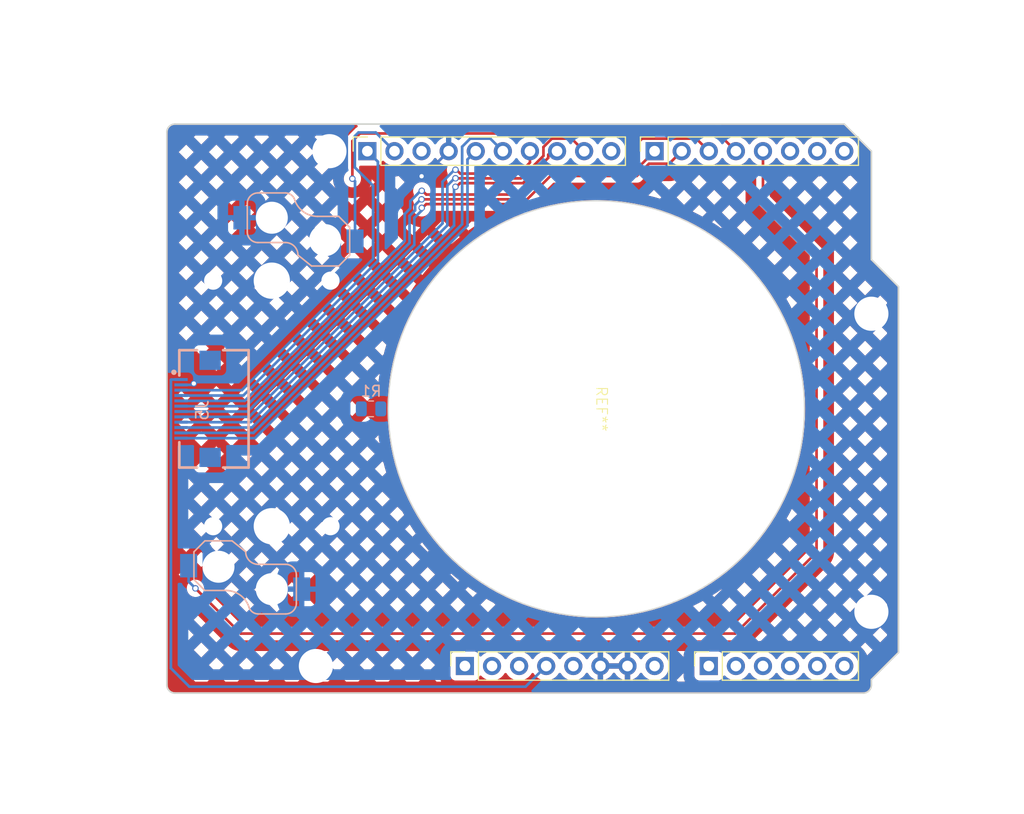
<source format=kicad_pcb>
(kicad_pcb (version 20221018) (generator pcbnew)
  (title_block (date "mar. 31 mars 2015"))
  (layers (0 "F.Cu" signal) (31 "B.Cu" signal) (34 "B.Paste" user) (35 "F.Paste" user) (36 "B.SilkS" user "B.Silkscreen") (37 "F.SilkS" user "F.Silkscreen") (38 "B.Mask" user) (39 "F.Mask" user) (44 "Edge.Cuts" user))
  (property "SHA1" "21dd6ff")
  (property "TIMESTAMP" "2023-06-20")
  (net 0 "")
  (net 1 "GND")
  (net 3 "+5V")
  (net 4 "/IOREF")
  (net 5 "/A0")
  (net 6 "/A1")
  (net 7 "/A2")
  (net 8 "/A3")
  (net 9 "/AREF")
  (net 10 "/8")
  (net 11 "SW1")
  (net 12 "/2")
  (net 13 "/TX{slash}1")
  (net 14 "SW2")
  (net 15 "/RX{slash}0")
  (net 16 "+3V3")
  (net 17 "VCC")
  (net 18 "/~{RESET}")
  (net 21 "SCL")
  (net 22 "SDA")
  (net 23 "SCK")
  (net 24 "CIPO")
  (net 25 "COPI")
  (net 26 "CS")
  (net 27 "DR")
  (net 28 "BTN3")
  (net 29 "BTN2")
  (net 30 "BTN1")
  (footprint "Connector_PinSocket_2.54mm:PinSocket_1x08_P2.54mm_Vertical" (layer "F.Cu") (at 127.94 97.46 90)
    (fp_text reference "J1" hide)
    (fp_text value "Power")
    (fp_line (start -1.33 1.27) (end -1.33 19.11) (stroke (width 0.12)) (layer "F.SilkS"))
    (fp_line (start -1.33 1.27) (end 1.33 1.27) (stroke (width 0.12)) (layer "F.SilkS"))
    (fp_line (start -1.33 19.11) (end 1.33 19.11) (stroke (width 0.12)) (layer "F.SilkS"))
    (fp_line (start 0 -1.33) (end 1.33 -1.33) (stroke (width 0.12)) (layer "F.SilkS"))
    (fp_line (start 1.33 -1.33) (end 1.33 0) (stroke (width 0.12)) (layer "F.SilkS"))
    (fp_line (start 1.33 1.27) (end 1.33 19.11) (stroke (width 0.12)) (layer "F.SilkS"))
    (pad "1" thru_hole rect locked (at 0 0 90) (size 1.7 1.7) (drill 1) (layers "*.Cu" "*.Mask"))
    (pad "2" thru_hole oval locked (at 0 2.54 90) (size 1.7 1.7) (drill 1) (layers "*.Cu" "*.Mask") (net 4 "/IOREF"))
    (pad "3" thru_hole oval locked (at 0 5.08 90) (size 1.7 1.7) (drill 1) (layers "*.Cu" "*.Mask") (net 18 "/~{RESET}"))
    (pad "4" thru_hole oval locked (at 0 7.62 90) (size 1.7 1.7) (drill 1) (layers "*.Cu" "*.Mask") (net 16 "+3V3"))
    (pad "5" thru_hole oval locked (at 0 10.16 90) (size 1.7 1.7) (drill 1) (layers "*.Cu" "*.Mask") (net 3 "+5V"))
    (pad "6" thru_hole oval locked (at 0 12.7 90) (size 1.7 1.7) (drill 1) (layers "*.Cu" "*.Mask") (net 1 "GND"))
    (pad "7" thru_hole oval locked (at 0 15.24 90) (size 1.7 1.7) (drill 1) (layers "*.Cu" "*.Mask") (net 1 "GND"))
    (pad "8" thru_hole oval locked (at 0 17.78 90) (size 1.7 1.7) (drill 1) (layers "*.Cu" "*.Mask") (net 17 "VCC"))
  )
  (footprint "Connector_PinSocket_2.54mm:PinSocket_1x06_P2.54mm_Vertical" (layer "F.Cu") (at 150.8 97.46 90)
    (fp_text reference "J3" hide)
    (fp_text value "Analog")
    (fp_line (start -1.33 1.27) (end -1.33 14.03) (stroke (width 0.12)) (layer "F.SilkS"))
    (fp_line (start -1.33 1.27) (end 1.33 1.27) (stroke (width 0.12)) (layer "F.SilkS"))
    (fp_line (start -1.33 14.03) (end 1.33 14.03) (stroke (width 0.12)) (layer "F.SilkS"))
    (fp_line (start 0 -1.33) (end 1.33 -1.33) (stroke (width 0.12)) (layer "F.SilkS"))
    (fp_line (start 1.33 -1.33) (end 1.33 0) (stroke (width 0.12)) (layer "F.SilkS"))
    (fp_line (start 1.33 1.27) (end 1.33 14.03) (stroke (width 0.12)) (layer "F.SilkS"))
    (pad "1" thru_hole rect locked (at 0 0 90) (size 1.7 1.7) (drill 1) (layers "*.Cu" "*.Mask") (net 5 "/A0"))
    (pad "2" thru_hole oval locked (at 0 2.54 90) (size 1.7 1.7) (drill 1) (layers "*.Cu" "*.Mask") (net 6 "/A1"))
    (pad "3" thru_hole oval locked (at 0 5.08 90) (size 1.7 1.7) (drill 1) (layers "*.Cu" "*.Mask") (net 7 "/A2"))
    (pad "4" thru_hole oval locked (at 0 7.62 90) (size 1.7 1.7) (drill 1) (layers "*.Cu" "*.Mask") (net 8 "/A3"))
    (pad "5" thru_hole oval locked (at 0 10.16 90) (size 1.7 1.7) (drill 1) (layers "*.Cu" "*.Mask") (net 22 "SDA"))
    (pad "6" thru_hole oval locked (at 0 12.7 90) (size 1.7 1.7) (drill 1) (layers "*.Cu" "*.Mask") (net 21 "SCL"))
  )
  (footprint "Connector_PinSocket_2.54mm:PinSocket_1x10_P2.54mm_Vertical" (layer "F.Cu") (at 118.796 49.2 90)
    (fp_text reference "J2" hide)
    (fp_text value "Digital/PWM")
    (fp_line (start -1.33 1.27) (end -1.33 24.19) (stroke (width 0.12)) (layer "F.SilkS"))
    (fp_line (start -1.33 1.27) (end 1.33 1.27) (stroke (width 0.12)) (layer "F.SilkS"))
    (fp_line (start -1.33 24.19) (end 1.33 24.19) (stroke (width 0.12)) (layer "F.SilkS"))
    (fp_line (start 0 -1.33) (end 1.33 -1.33) (stroke (width 0.12)) (layer "F.SilkS"))
    (fp_line (start 1.33 -1.33) (end 1.33 0) (stroke (width 0.12)) (layer "F.SilkS"))
    (fp_line (start 1.33 1.27) (end 1.33 24.19) (stroke (width 0.12)) (layer "F.SilkS"))
    (pad "1" thru_hole rect locked (at 0 0 90) (size 1.7 1.7) (drill 1) (layers "*.Cu" "*.Mask") (net 21 "SCL"))
    (pad "2" thru_hole oval locked (at 0 2.54 90) (size 1.7 1.7) (drill 1) (layers "*.Cu" "*.Mask") (net 22 "SDA"))
    (pad "3" thru_hole oval locked (at 0 5.08 90) (size 1.7 1.7) (drill 1) (layers "*.Cu" "*.Mask") (net 9 "/AREF"))
    (pad "4" thru_hole oval locked (at 0 7.62 90) (size 1.7 1.7) (drill 1) (layers "*.Cu" "*.Mask") (net 1 "GND"))
    (pad "5" thru_hole oval locked (at 0 10.16 90) (size 1.7 1.7) (drill 1) (layers "*.Cu" "*.Mask") (net 23 "SCK"))
    (pad "6" thru_hole oval locked (at 0 12.7 90) (size 1.7 1.7) (drill 1) (layers "*.Cu" "*.Mask") (net 24 "CIPO"))
    (pad "7" thru_hole oval locked (at 0 15.24 90) (size 1.7 1.7) (drill 1) (layers "*.Cu" "*.Mask") (net 25 "COPI"))
    (pad "8" thru_hole oval locked (at 0 17.78 90) (size 1.7 1.7) (drill 1) (layers "*.Cu" "*.Mask") (net 26 "CS"))
    (pad "9" thru_hole oval locked (at 0 20.32 90) (size 1.7 1.7) (drill 1) (layers "*.Cu" "*.Mask") (net 27 "DR"))
    (pad "10" thru_hole oval locked (at 0 22.86 90) (size 1.7 1.7) (drill 1) (layers "*.Cu" "*.Mask") (net 10 "/8"))
  )
  (footprint "Connector_PinSocket_2.54mm:PinSocket_1x08_P2.54mm_Vertical" (layer "F.Cu") (at 145.72 49.2 90)
    (fp_text reference "J4" hide)
    (fp_text value "Digital/PWM")
    (fp_line (start -1.33 1.27) (end -1.33 19.11) (stroke (width 0.12)) (layer "F.SilkS"))
    (fp_line (start -1.33 1.27) (end 1.33 1.27) (stroke (width 0.12)) (layer "F.SilkS"))
    (fp_line (start -1.33 19.11) (end 1.33 19.11) (stroke (width 0.12)) (layer "F.SilkS"))
    (fp_line (start 0 -1.33) (end 1.33 -1.33) (stroke (width 0.12)) (layer "F.SilkS"))
    (fp_line (start 1.33 -1.33) (end 1.33 0) (stroke (width 0.12)) (layer "F.SilkS"))
    (fp_line (start 1.33 1.27) (end 1.33 19.11) (stroke (width 0.12)) (layer "F.SilkS"))
    (pad "1" thru_hole rect locked (at 0 0 90) (size 1.7 1.7) (drill 1) (layers "*.Cu" "*.Mask") (net 28 "BTN3"))
    (pad "2" thru_hole oval locked (at 0 2.54 90) (size 1.7 1.7) (drill 1) (layers "*.Cu" "*.Mask") (net 29 "BTN2"))
    (pad "3" thru_hole oval locked (at 0 5.08 90) (size 1.7 1.7) (drill 1) (layers "*.Cu" "*.Mask") (net 30 "BTN1"))
    (pad "4" thru_hole oval locked (at 0 7.62 90) (size 1.7 1.7) (drill 1) (layers "*.Cu" "*.Mask") (net 11 "SW1"))
    (pad "5" thru_hole oval locked (at 0 10.16 90) (size 1.7 1.7) (drill 1) (layers "*.Cu" "*.Mask") (net 14 "SW2"))
    (pad "6" thru_hole oval locked (at 0 12.7 90) (size 1.7 1.7) (drill 1) (layers "*.Cu" "*.Mask") (net 12 "/2"))
    (pad "7" thru_hole oval locked (at 0 15.24 90) (size 1.7 1.7) (drill 1) (layers "*.Cu" "*.Mask") (net 13 "/TX{slash}1"))
    (pad "8" thru_hole oval locked (at 0 17.78 90) (size 1.7 1.7) (drill 1) (layers "*.Cu" "*.Mask") (net 15 "/RX{slash}0"))
  )
  (footprint "Arduino_MountingHole:MountingHole_3.2mm" (layer "F.Cu") (at 115.24 49.2)
    (fp_text reference "MH1" hide)
    (fp_text value "MountingHole_3.2mm" hide)
    (pad "" np_thru_hole circle locked (at 0 0) (size 3.2 3.2) (drill 3.2) (layers "*.Cu" "*.Mask"))
  )
  (footprint "cirque:Cirque_GlidePoint_TM035035" (layer "F.Cu") (at 140.2628 73.355 -90)
    (fp_text reference "REF**" (at 0 -0.5 -90 unlocked) (layer "F.SilkS") (effects (font (thickness 0.1))))
    (fp_text value "Cirque_GlidePoint_TM035035")
    (fp_circle (center 0 0) (end 19.5 0) (stroke (width 0.1)) (fill none) (layer "Edge.Cuts"))
  )
  (footprint "mbk:Choc-1u" (layer "F.Cu") (at 109.84 84.355)
    (fp_text reference "SW2")
    (fp_text value "SW_Push" hide)
    (fp_line (start -7.3 2.4) (end -7.3 5) (stroke (width 0.15)) (layer "B.SilkS"))
    (fp_line (start -7.3 2.4) (end -6.275 1.375) (stroke (width 0.15)) (layer "B.SilkS"))
    (fp_line (start -7.3 5) (end -6.275 6.025) (stroke (width 0.15)) (layer "B.SilkS"))
    (fp_line (start -4.3 6.025) (end -6.275 6.025) (stroke (width 0.15)) (layer "B.SilkS"))
    (fp_line (start -3.725 1.375) (end -6.275 1.375) (stroke (width 0.15)) (layer "B.SilkS"))
    (fp_line (start -3.725 1.375) (end -2.45 2.4) (stroke (width 0.15)) (layer "B.SilkS"))
    (fp_line (start 1.3 3.575) (end -1.275 3.575) (stroke (width 0.15)) (layer "B.SilkS"))
    (fp_line (start 1.3 8.225) (end -1.3 8.225) (stroke (width 0.15)) (layer "B.SilkS"))
    (fp_line (start 2.3 4.575) (end 2.3 7.225) (stroke (width 0.15)) (layer "B.SilkS"))
    (fp_arc (start -4.3 6.025) (mid -2.995114 6.436429) (end -2.162199 7.521904) (stroke (width 0.15)) (layer "B.SilkS"))
    (fp_arc (start -1.300995 8.223791) (mid -1.848284 8.016021) (end -2.162199 7.521904) (stroke (width 0.15)) (layer "B.SilkS"))
    (fp_arc (start -1.275 3.575) (mid -2.10585 3.23085) (end -2.45 2.4) (stroke (width 0.15)) (layer "B.SilkS"))
    (fp_arc (start 1.3 3.575) (mid 2.007107 3.867893) (end 2.3 4.575) (stroke (width 0.15)) (layer "B.SilkS"))
    (fp_arc (start 2.3 7.225) (mid 2.007107 7.932107) (end 1.3 8.225) (stroke (width 0.15)) (layer "B.SilkS"))
    (pad "" np_thru_hole circle (at -5.5 0 180) (size 1.7 1.7) (drill 1.7) (layers "*.Cu" "*.Mask"))
    (pad "" np_thru_hole circle (at -5 3.8 90) (size 3 3) (drill 3) (layers "*.Cu" "*.Mask"))
    (pad "" np_thru_hole circle (at 0 0 90) (size 3.4 3.4) (drill 3.4) (layers "*.Cu" "*.Mask"))
    (pad "" np_thru_hole circle (at 0 5.9 90) (size 3 3) (drill 3) (layers "*.Cu" "*.Mask"))
    (pad "" np_thru_hole circle (at 5.5 0 180) (size 1.7 1.7) (drill 1.7) (layers "*.Cu" "*.Mask"))
    (pad "1" smd rect (at -7.8 3.7 180) (size 1.6 2.2) (layers "B.Cu" "B.Paste" "B.Mask") (net 14 "SW2"))
    (pad "2" smd rect (at 2.8 5.9 180) (size 1.6 2.2) (layers "B.Cu" "B.Paste" "B.Mask") (net 1 "GND"))
  )
  (footprint "mbk:Choc-1u" (layer "F.Cu") (at 109.84 61.34 180)
    (fp_text reference "SW1")
    (fp_text value "SW_Push" hide)
    (fp_line (start -7.3 2.4) (end -7.3 5) (stroke (width 0.15)) (layer "B.SilkS"))
    (fp_line (start -7.3 2.4) (end -6.275 1.375) (stroke (width 0.15)) (layer "B.SilkS"))
    (fp_line (start -7.3 5) (end -6.275 6.025) (stroke (width 0.15)) (layer "B.SilkS"))
    (fp_line (start -4.3 6.025) (end -6.275 6.025) (stroke (width 0.15)) (layer "B.SilkS"))
    (fp_line (start -3.725 1.375) (end -6.275 1.375) (stroke (width 0.15)) (layer "B.SilkS"))
    (fp_line (start -3.725 1.375) (end -2.45 2.4) (stroke (width 0.15)) (layer "B.SilkS"))
    (fp_line (start 1.3 3.575) (end -1.275 3.575) (stroke (width 0.15)) (layer "B.SilkS"))
    (fp_line (start 1.3 8.225) (end -1.3 8.225) (stroke (width 0.15)) (layer "B.SilkS"))
    (fp_line (start 2.3 4.575) (end 2.3 7.225) (stroke (width 0.15)) (layer "B.SilkS"))
    (fp_arc (start -4.3 6.025) (mid -2.995114 6.436429) (end -2.162199 7.521904) (stroke (width 0.15)) (layer "B.SilkS"))
    (fp_arc (start -1.300995 8.223791) (mid -1.848284 8.016021) (end -2.162199 7.521904) (stroke (width 0.15)) (layer "B.SilkS"))
    (fp_arc (start -1.275 3.575) (mid -2.10585 3.23085) (end -2.45 2.4) (stroke (width 0.15)) (layer "B.SilkS"))
    (fp_arc (start 1.3 3.575) (mid 2.007107 3.867893) (end 2.3 4.575) (stroke (width 0.15)) (layer "B.SilkS"))
    (fp_arc (start 2.3 7.225) (mid 2.007107 7.932107) (end 1.3 8.225) (stroke (width 0.15)) (layer "B.SilkS"))
    (pad "" np_thru_hole circle (at -5.5 0) (size 1.7 1.7) (drill 1.7) (layers "*.Cu" "*.Mask"))
    (pad "" np_thru_hole circle (at -5 3.8 270) (size 3 3) (drill 3) (layers "*.Cu" "*.Mask"))
    (pad "" np_thru_hole circle (at 0 0 270) (size 3.4 3.4) (drill 3.4) (layers "*.Cu" "*.Mask"))
    (pad "" np_thru_hole circle (at 0 5.9 270) (size 3 3) (drill 3) (layers "*.Cu" "*.Mask"))
    (pad "" np_thru_hole circle (at 5.5 0) (size 1.7 1.7) (drill 1.7) (layers "*.Cu" "*.Mask"))
    (pad "1" smd rect (at -7.8 3.7) (size 1.6 2.2) (layers "B.Cu" "B.Paste" "B.Mask") (net 11 "SW1"))
    (pad "2" smd rect (at 2.8 5.9) (size 1.6 2.2) (layers "B.Cu" "B.Paste" "B.Mask") (net 1 "GND"))
  )
  (footprint "Arduino_MountingHole:MountingHole_3.2mm" (layer "F.Cu") (at 113.97 97.46)
    (fp_text reference "MH2" hide)
    (fp_text value "MountingHole_3.2mm" hide)
    (pad "" np_thru_hole circle locked (at 0 0) (size 3.2 3.2) (drill 3.2) (layers "*.Cu" "*.Mask"))
  )
  (footprint "Arduino_MountingHole:MountingHole_3.2mm" (layer "F.Cu") (at 166.04 64.44)
    (fp_text reference "MH3" hide)
    (fp_text value "MountingHole_3.2mm" hide)
    (pad "" np_thru_hole circle locked (at 0 0) (size 3.2 3.2) (drill 3.2) (layers "*.Cu" "*.Mask"))
  )
  (footprint "Arduino_MountingHole:MountingHole_3.2mm" (layer "F.Cu") (at 166.04 92.38)
    (fp_text reference "MH4" hide)
    (fp_text value "MountingHole_3.2mm" hide)
    (pad "" np_thru_hole circle locked (at 0 0) (size 3.2 3.2) (drill 3.2) (layers "*.Cu" "*.Mask"))
  )
  (footprint "Resistor_SMD:R_0805_2012Metric" (layer "B.Cu") (at 119.14 73.355 180)
    (fp_text reference "R1" (at 0 1.65) (layer "B.SilkS") (effects (justify mirror)))
    (fp_text value "0")
    (fp_line (start -0.227064 -0.735) (end 0.227064 -0.735) (stroke (width 0.12)) (layer "B.SilkS"))
    (fp_line (start -0.227064 0.735) (end 0.227064 0.735) (stroke (width 0.12)) (layer "B.SilkS"))
    (pad "1" smd roundrect (at -0.9125 0 180) (size 1.025 1.4) (layers "B.Cu" "B.Paste" "B.Mask") (roundrect_rratio 0.243902))
    (pad "2" smd roundrect (at 0.9125 0 180) (size 1.025 1.4) (layers "B.Cu" "B.Paste" "B.Mask") (roundrect_rratio 0.243902))
  )
  (footprint "ffc:FPC-SMD_FPC05012-09200-.5mm-rev" (layer "B.Cu") (at 102.692 73.355 -90)
    (fp_text reference "J5" (at -0.94636 -0.635538 -270) (layer "B.SilkS") (effects (font (size 1.143 1.143) (thickness 0.152)) (justify left mirror)))
    (fp_text value "Conn_01x12_Socket" hide)
    (fp_line (start -5.5 -4.971) (end -5.5 -2.588) (stroke (width 0.254)) (layer "B.SilkS"))
    (fp_line (start -5.5 -0.137) (end -5.5 1.524) (stroke (width 0.254)) (layer "B.SilkS"))
    (fp_line (start -5.5 1.524) (end -3.131 1.524) (stroke (width 0.254)) (layer "B.SilkS"))
    (fp_line (start 5.5 -4.971) (end -5.5 -4.971) (stroke (width 0.254)) (layer "B.SilkS"))
    (fp_line (start 5.5 -4.971) (end 5.5 -2.588) (stroke (width 0.254)) (layer "B.SilkS"))
    (fp_line (start 5.5 -0.137) (end 5.5 1.524) (stroke (width 0.254)) (layer "B.SilkS"))
    (fp_line (start 5.5 1.524) (end 3.131 1.524) (stroke (width 0.254)) (layer "B.SilkS"))
    (fp_circle (center -3.429 2.032) (end -3.302 2.032) (stroke (width 0.254)) (fill none) (layer "B.SilkS"))
    (pad "1" smd rect (at -2.75 1.362 270) (size 0.28 1.25) (layers "B.Cu" "B.Paste" "B.Mask") (net 16 "+3V3"))
    (pad "2" smd rect (at -2.25 1.362 270) (size 0.28 1.25) (layers "B.Cu" "B.Paste" "B.Mask") (net 1 "GND"))
    (pad "3" smd rect (at -1.75 1.362 270) (size 0.28 1.25) (layers "B.Cu" "B.Paste" "B.Mask") (net 22 "SDA"))
    (pad "4" smd rect (at -1.25 1.362 270) (size 0.28 1.25) (layers "B.Cu" "B.Paste" "B.Mask") (net 21 "SCL"))
    (pad "5" smd rect (at -0.75 1.362 270) (size 0.28 1.25) (layers "B.Cu" "B.Paste" "B.Mask") (net 30 "BTN1"))
    (pad "6" smd rect (at -0.25 1.362 270) (size 0.28 1.25) (layers "B.Cu" "B.Paste" "B.Mask") (net 28 "BTN3"))
    (pad "7" smd rect (at 0.25 1.362 270) (size 0.28 1.25) (layers "B.Cu" "B.Paste" "B.Mask") (net 29 "BTN2"))
    (pad "8" smd rect (at 0.75 1.362 270) (size 0.28 1.25) (layers "B.Cu" "B.Paste" "B.Mask") (net 25 "COPI"))
    (pad "9" smd rect (at 1.25 1.362 270) (size 0.28 1.25) (layers "B.Cu" "B.Paste" "B.Mask") (net 27 "DR"))
    (pad "10" smd rect (at 1.75 1.362 270) (size 0.28 1.25) (layers "B.Cu" "B.Paste" "B.Mask") (net 26 "CS"))
    (pad "11" smd rect (at 2.25 1.362 270) (size 0.28 1.25) (layers "B.Cu" "B.Paste" "B.Mask") (net 24 "CIPO"))
    (pad "12" smd rect (at 2.75 1.362 270) (size 0.28 1.25) (layers "B.Cu" "B.Paste" "B.Mask") (net 23 "SCK"))
    (pad "13" smd rect (at 4.55 -1.362 270) (size 1.8 2) (layers "B.Cu" "B.Paste" "B.Mask"))
    (pad "14" smd rect (at -4.55 -1.362 270) (size 1.8 2) (layers "B.Cu" "B.Paste" "B.Mask"))
  )
  (gr_line (start 166.04 59.36) (end 168.58 61.9) (stroke (width 0.15)) (layer "Edge.Cuts"))
  (gr_line (start 100 99.238) (end 100 47.422) (stroke (width 0.15)) (layer "Edge.Cuts"))
  (gr_line (start 168.58 61.9) (end 168.58 96.19) (stroke (width 0.15)) (layer "Edge.Cuts"))
  (gr_line (start 165.278 100) (end 100.762 100) (stroke (width 0.15)) (layer "Edge.Cuts"))
  (gr_line (start 100.762 46.66) (end 163.5 46.66) (stroke (width 0.15)) (layer "Edge.Cuts"))
  (gr_arc (start 100.762 100) (mid 100.223185 99.776815) (end 100 99.238) (stroke (width 0.15)) (layer "Edge.Cuts"))
  (gr_line (start 168.58 96.19) (end 166.04 98.73) (stroke (width 0.15)) (layer "Edge.Cuts"))
  (gr_line (start 163.5 46.66) (end 166.04 49.2) (stroke (width 0.15)) (layer "Edge.Cuts"))
  (gr_arc (start 166.04 99.238) (mid 165.816815 99.776815) (end 165.278 100) (stroke (width 0.15)) (layer "Edge.Cuts"))
  (gr_line (start 166.04 49.2) (end 166.04 59.36) (stroke (width 0.15)) (layer "Edge.Cuts"))
  (gr_line (start 166.04 98.73) (end 166.04 99.238) (stroke (width 0.15)) (layer "Edge.Cuts"))
  (gr_arc (start 100 47.422) (mid 100.223185 46.883185) (end 100.762 46.66) (stroke (width 0.15)) (layer "Edge.Cuts"))
  (segment (start 126.416 49.2) (end 125.35 50.266) (width 0.25) (layer "F.Cu") (net 1))
  (segment (start 125.35 50.266) (end 125.35 50.96) (width 0.25) (layer "F.Cu") (net 1))
  (via (at 123.88 51.55) (size 0.6) (drill 0.4) (layers "F.Cu" "B.Cu") (net 1))
  (via (at 102.53 70.9805) (size 0.6) (drill 0.4) (layers "F.Cu" "B.Cu") (net 1))
  (segment (start 125.11 50.506) (end 125.11 50.75) (width 0.25) (layer "B.Cu") (net 1))
  (segment (start 102.4055 71.105) (end 102.53 70.9805) (width 0.25) (layer "B.Cu") (net 1))
  (segment (start 101.33 71.105) (end 102.4055 71.105) (width 0.25) (layer "B.Cu") (net 1))
  (segment (start 126.416 49.2) (end 125.11 50.506) (width 0.25) (layer "B.Cu") (net 1))
  (segment (start 118.106 47.54) (end 151.68 47.54) (width 0.25) (layer "F.Cu") (net 11))
  (segment (start 117.39 51.78) (end 117.39 48.256) (width 0.25) (layer "F.Cu") (net 11))
  (segment (start 151.68 47.54) (end 153.34 49.2) (width 0.25) (layer "F.Cu") (net 11))
  (segment (start 117.39 48.256) (end 118.106 47.54) (width 0.25) (layer "F.Cu") (net 11))
  (via (at 117.39 51.78) (size 0.6) (drill 0.4) (layers "F.Cu" "B.Cu") (net 11))
  (segment (start 117.64 57.64) (end 117.64 52.03) (width 0.25) (layer "B.Cu") (net 11))
  (segment (start 117.64 52.03) (end 117.39 51.78) (width 0.25) (layer "B.Cu") (net 11))
  (segment (start 102.68 90.18) (end 106.92 94.42) (width 0.25) (layer "F.Cu") (net 14))
  (segment (start 106.92 94.42) (end 153.28 94.42) (width 0.25) (layer "F.Cu") (net 14))
  (segment (start 153.28 94.42) (end 160.9 86.8) (width 0.25) (layer "F.Cu") (net 14))
  (segment (start 160.9 58.72) (end 155.88 53.7) (width 0.25) (layer "F.Cu") (net 14))
  (segment (start 155.88 53.7) (end 155.88 49.2) (width 0.25) (layer "F.Cu") (net 14))
  (segment (start 160.9 86.8) (end 160.9 58.72) (width 0.25) (layer "F.Cu") (net 14))
  (via (at 102.68 90.18) (size 0.6) (drill 0.4) (layers "F.Cu" "B.Cu") (net 14))
  (segment (start 102.04 88.055) (end 102.04 89.54) (width 0.25) (layer "B.Cu") (net 14))
  (segment (start 102.04 89.54) (end 102.68 90.18) (width 0.25) (layer "B.Cu") (net 14))
  (segment (start 100.415 70.605) (end 100.38 70.64) (width 0.25) (layer "B.Cu") (net 16))
  (segment (start 133.62 99.4) (end 135.56 97.46) (width 0.25) (layer "B.Cu") (net 16))
  (segment (start 102.11 99.4) (end 133.62 99.4) (width 0.25) (layer "B.Cu") (net 16))
  (segment (start 101.33 70.605) (end 100.415 70.605) (width 0.25) (layer "B.Cu") (net 16))
  (segment (start 100.38 97.67) (end 102.11 99.4) (width 0.25) (layer "B.Cu") (net 16))
  (segment (start 100.38 70.64) (end 100.38 97.67) (width 0.25) (layer "B.Cu") (net 16))
  (segment (start 107.163832 72.105) (end 101.33 72.105) (width 0.25) (layer "B.Cu") (net 21))
  (segment (start 119.78 50.184) (end 119.78 59.488832) (width 0.25) (layer "B.Cu") (net 21))
  (segment (start 119.78 59.488832) (end 107.163832 72.105) (width 0.25) (layer "B.Cu") (net 21))
  (segment (start 118.796 49.2) (end 119.78 50.184) (width 0.25) (layer "B.Cu") (net 21))
  (segment (start 101.33 71.605) (end 107.027436 71.605) (width 0.25) (layer "B.Cu") (net 22))
  (segment (start 117.96 47.45) (end 119.586 47.45) (width 0.25) (layer "B.Cu") (net 22))
  (segment (start 107.027436 71.605) (end 119.33 59.302436) (width 0.25) (layer "B.Cu") (net 22))
  (segment (start 119.33 59.302436) (end 119.33 52.43) (width 0.25) (layer "B.Cu") (net 22))
  (segment (start 117.621 50.721) (end 117.621 47.789) (width 0.25) (layer "B.Cu") (net 22))
  (segment (start 117.621 47.789) (end 117.96 47.45) (width 0.25) (layer "B.Cu") (net 22))
  (segment (start 119.33 52.43) (end 117.621 50.721) (width 0.25) (layer "B.Cu") (net 22))
  (segment (start 119.586 47.45) (end 121.336 49.2) (width 0.25) (layer "B.Cu") (net 22))
  (segment (start 128.18 56.18) (end 128.18 49.976) (width 0.25) (layer "B.Cu") (net 23))
  (segment (start 101.33 76.105) (end 108.255 76.105) (width 0.25) (layer "B.Cu") (net 23))
  (segment (start 128.18 49.976) (end 128.956 49.2) (width 0.25) (layer "B.Cu") (net 23))
  (segment (start 108.255 76.105) (end 128.18 56.18) (width 0.25) (layer "B.Cu") (net 23))
  (segment (start 127.68 48.78) (end 127.68 56.043604) (width 0.25) (layer "B.Cu") (net 24))
  (segment (start 130.321 48.025) (end 128.435 48.025) (width 0.25) (layer "B.Cu") (net 24))
  (segment (start 131.496 49.2) (end 130.321 48.025) (width 0.25) (layer "B.Cu") (net 24))
  (segment (start 127.68 56.043604) (end 108.118604 75.605) (width 0.25) (layer "B.Cu") (net 24))
  (segment (start 108.118604 75.605) (end 101.33 75.605) (width 0.25) (layer "B.Cu") (net 24))
  (segment (start 128.435 48.025) (end 127.68 48.78) (width 0.25) (layer "B.Cu") (net 24))
  (segment (start 127.497769 51.3) (end 133.003604 51.3) (width 0.25) (layer "F.Cu") (net 25))
  (segment (start 134.036 50.267604) (end 134.036 49.2) (width 0.25) (layer "F.Cu") (net 25))
  (segment (start 133.003604 51.3) (end 134.036 50.267604) (width 0.25) (layer "F.Cu") (net 25))
  (segment (start 127.0555 50.942112) (end 127.139881 50.942112) (width 0.25) (layer "F.Cu") (net 25))
  (segment (start 127.139881 50.942112) (end 127.497769 51.3) (width 0.25) (layer "F.Cu") (net 25))
  (via (at 127.0555 50.942112) (size 0.6) (drill 0.4) (layers "F.Cu" "B.Cu") (net 25))
  (segment (start 125.84 55.974416) (end 107.709416 74.105) (width 0.25) (layer "B.Cu") (net 25))
  (segment (start 125.84 52.07) (end 125.84 55.974416) (width 0.25) (layer "B.Cu") (net 25))
  (segment (start 127.0555 50.942112) (end 126.967888 50.942112) (width 0.25) (layer "B.Cu") (net 25))
  (segment (start 126.967888 50.942112) (end 125.84 52.07) (width 0.25) (layer "B.Cu") (net 25))
  (segment (start 107.709416 74.105) (end 101.33 74.105) (width 0.25) (layer "B.Cu") (net 25))
  (segment (start 127.139881 52.541118) (end 127.480999 52.2) (width 0.25) (layer "F.Cu") (net 26))
  (segment (start 127.480999 52.2) (end 133.376396 52.2) (width 0.25) (layer "F.Cu") (net 26))
  (segment (start 135.75 49.826396) (end 135.75 49.53) (width 0.25) (layer "F.Cu") (net 26))
  (segment (start 135.75 49.53) (end 136.08 49.2) (width 0.25) (layer "F.Cu") (net 26))
  (segment (start 133.376396 52.2) (end 135.75 49.826396) (width 0.25) (layer "F.Cu") (net 26))
  (segment (start 127.0555 52.541118) (end 127.139881 52.541118) (width 0.25) (layer "F.Cu") (net 26))
  (via (at 127.0555 52.541118) (size 0.6) (drill 0.4) (layers "F.Cu" "B.Cu") (net 26))
  (segment (start 126.922966 56.164242) (end 107.982208 75.105) (width 0.25) (layer "B.Cu") (net 26))
  (segment (start 107.982208 75.105) (end 101.33 75.105) (width 0.25) (layer "B.Cu") (net 26))
  (segment (start 126.922966 52.673652) (end 126.922966 56.164242) (width 0.25) (layer "B.Cu") (net 26))
  (segment (start 127.0555 52.541118) (end 126.922966 52.673652) (width 0.25) (layer "B.Cu") (net 26))
  (segment (start 133.19 51.75) (end 135.3 49.64) (width 0.25) (layer "F.Cu") (net 27))
  (segment (start 135.3 48.814299) (end 136.089299 48.025) (width 0.25) (layer "F.Cu") (net 27))
  (segment (start 135.3 49.64) (end 135.3 48.814299) (width 0.25) (layer "F.Cu") (net 27))
  (segment (start 127.063885 51.75) (end 133.19 51.75) (width 0.25) (layer "F.Cu") (net 27))
  (segment (start 127.0555 51.741615) (end 127.063885 51.75) (width 0.25) (layer "F.Cu") (net 27))
  (segment (start 136.089299 48.025) (end 137.941 48.025) (width 0.25) (layer "F.Cu") (net 27))
  (segment (start 137.941 48.025) (end 139.116 49.2) (width 0.25) (layer "F.Cu") (net 27))
  (via (at 127.0555 51.741615) (size 0.6) (drill 0.4) (layers "F.Cu" "B.Cu") (net 27))
  (segment (start 127.0555 51.741615) (end 126.971119 51.741615) (width 0.25) (layer "B.Cu") (net 27))
  (segment (start 126.971119 51.741615) (end 126.29 52.422734) (width 0.25) (layer "B.Cu") (net 27))
  (segment (start 126.29 56.160812) (end 107.845812 74.605) (width 0.25) (layer "B.Cu") (net 27))
  (segment (start 107.845812 74.605) (end 101.33 74.605) (width 0.25) (layer "B.Cu") (net 27))
  (segment (start 126.29 52.422734) (end 126.29 56.160812) (width 0.25) (layer "B.Cu") (net 27))
  (segment (start 133.135564 53.713624) (end 135.779188 51.07) (width 0.25) (layer "F.Cu") (net 28))
  (segment (start 135.779188 51.07) (end 143.85 51.07) (width 0.25) (layer "F.Cu") (net 28))
  (segment (start 143.85 51.07) (end 145.72 49.2) (width 0.25) (layer "F.Cu") (net 28))
  (segment (start 123.878468 53.713624) (end 133.135564 53.713624) (width 0.25) (layer "F.Cu") (net 28))
  (via (at 123.878468 53.713624) (size 0.6) (drill 0.4) (layers "F.Cu" "B.Cu") (net 28))
  (segment (start 123.878468 53.713624) (end 123.809958 53.713624) (width 0.25) (layer "B.Cu") (net 28))
  (segment (start 122.746802 57.794822) (end 107.436624 73.105) (width 0.25) (layer "B.Cu") (net 28))
  (segment (start 123.2695 54.254082) (end 123.2695 54.747708) (width 0.25) (layer "B.Cu") (net 28))
  (segment (start 123.2695 54.747708) (end 122.746802 55.270406) (width 0.25) (layer "B.Cu") (net 28))
  (segment (start 107.436624 73.105) (end 101.33 73.105) (width 0.25) (layer "B.Cu") (net 28))
  (segment (start 123.809958 53.713624) (end 123.2695 54.254082) (width 0.25) (layer "B.Cu") (net 28))
  (segment (start 122.746802 55.270406) (end 122.746802 57.794822) (width 0.25) (layer "B.Cu") (net 28))
  (segment (start 124.312352 54.163624) (end 133.32196 54.163624) (width 0.25) (layer "F.Cu") (net 29))
  (segment (start 123.96301 54.512966) (end 124.312352 54.163624) (width 0.25) (layer "F.Cu") (net 29))
  (segment (start 135.965584 51.52) (end 144.05 51.52) (width 0.25) (layer "F.Cu") (net 29))
  (segment (start 123.8945 54.512966) (end 123.96301 54.512966) (width 0.25) (layer "F.Cu") (net 29))
  (segment (start 147.085 50.375) (end 148.26 49.2) (width 0.25) (layer "F.Cu") (net 29))
  (segment (start 144.05 51.52) (end 145.195 50.375) (width 0.25) (layer "F.Cu") (net 29))
  (segment (start 145.195 50.375) (end 147.085 50.375) (width 0.25) (layer "F.Cu") (net 29))
  (segment (start 133.32196 54.163624) (end 135.965584 51.52) (width 0.25) (layer "F.Cu") (net 29))
  (via (at 123.8945 54.512966) (size 0.6) (drill 0.4) (layers "F.Cu" "B.Cu") (net 29))
  (segment (start 123.8945 54.759104) (end 123.8945 54.512966) (width 0.25) (layer "B.Cu") (net 29))
  (segment (start 107.57302 73.605) (end 123.196802 57.981218) (width 0.25) (layer "B.Cu") (net 29))
  (segment (start 101.33 73.605) (end 107.57302 73.605) (width 0.25) (layer "B.Cu") (net 29))
  (segment (start 123.196802 55.456802) (end 123.8945 54.759104) (width 0.25) (layer "B.Cu") (net 29))
  (segment (start 123.196802 57.981218) (end 123.196802 55.456802) (width 0.25) (layer "B.Cu") (net 29))
  (segment (start 135.592792 50.62) (end 143.26 50.62) (width 0.25) (layer "F.Cu") (net 30))
  (segment (start 149.625 48.025) (end 150.8 49.2) (width 0.25) (layer "F.Cu") (net 30))
  (segment (start 144.545 48.025) (end 149.625 48.025) (width 0.25) (layer "F.Cu") (net 30))
  (segment (start 143.26 50.62) (end 144.14 49.74) (width 0.25) (layer "F.Cu") (net 30))
  (segment (start 123.963019 52.914291) (end 124.312352 53.263624) (width 0.25) (layer "F.Cu") (net 30))
  (segment (start 144.14 49.74) (end 144.14 48.43) (width 0.25) (layer "F.Cu") (net 30))
  (segment (start 124.312352 53.263624) (end 132.949168 53.263624) (width 0.25) (layer "F.Cu") (net 30))
  (segment (start 132.949168 53.263624) (end 135.592792 50.62) (width 0.25) (layer "F.Cu") (net 30))
  (segment (start 123.894945 52.914291) (end 123.963019 52.914291) (width 0.25) (layer "F.Cu") (net 30))
  (segment (start 144.14 48.43) (end 144.545 48.025) (width 0.25) (layer "F.Cu") (net 30))
  (via (at 123.894945 52.914291) (size 0.6) (drill 0.4) (layers "F.Cu" "B.Cu") (net 30))
  (segment (start 122.296802 57.608426) (end 122.296802 55.08401) (width 0.25) (layer "B.Cu") (net 30))
  (segment (start 122.8195 54.561312) (end 122.8195 53.888708) (width 0.25) (layer "B.Cu") (net 30))
  (segment (start 101.33 72.605) (end 107.300228 72.605) (width 0.25) (layer "B.Cu") (net 30))
  (segment (start 122.8195 53.888708) (end 123.793917 52.914291) (width 0.25) (layer "B.Cu") (net 30))
  (segment (start 123.793917 52.914291) (end 123.894945 52.914291) (width 0.25) (layer "B.Cu") (net 30))
  (segment (start 122.296802 55.08401) (end 122.8195 54.561312) (width 0.25) (layer "B.Cu") (net 30))
  (segment (start 107.300228 72.605) (end 122.296802 57.608426) (width 0.25) (layer "B.Cu") (net 30))
  (zone (net 1) (net_name "GND") (layers "F&B.Cu") (connect_pads (clearance 0.508)) (min_thickness 0.25) (fill yes (mode hatch) (thermal_gap 0.5) (thermal_bridge_width 0.5) (hatch_thickness 1) (hatch_gap 1) (hatch_orientation 45) (hatch_border_algorithm hatch_thickness) (hatch_min_hole_area 0.3))
    (polygon (pts (xy 84.82 35.03) (xy 84.36 110.89) (xy 180.37 111.35) (xy 179.9 35.96)))
  )
)
</source>
